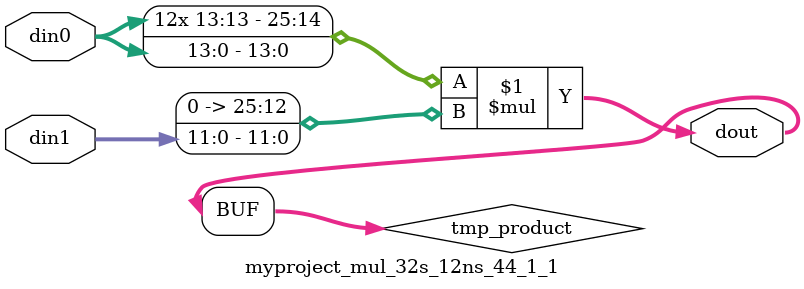
<source format=v>

`timescale 1 ns / 1 ps

  module myproject_mul_32s_12ns_44_1_1(din0, din1, dout);
parameter ID = 1;
parameter NUM_STAGE = 0;
parameter din0_WIDTH = 14;
parameter din1_WIDTH = 12;
parameter dout_WIDTH = 26;

input [din0_WIDTH - 1 : 0] din0; 
input [din1_WIDTH - 1 : 0] din1; 
output [dout_WIDTH - 1 : 0] dout;

wire signed [dout_WIDTH - 1 : 0] tmp_product;












assign tmp_product = $signed(din0) * $signed({1'b0, din1});









assign dout = tmp_product;







endmodule

</source>
